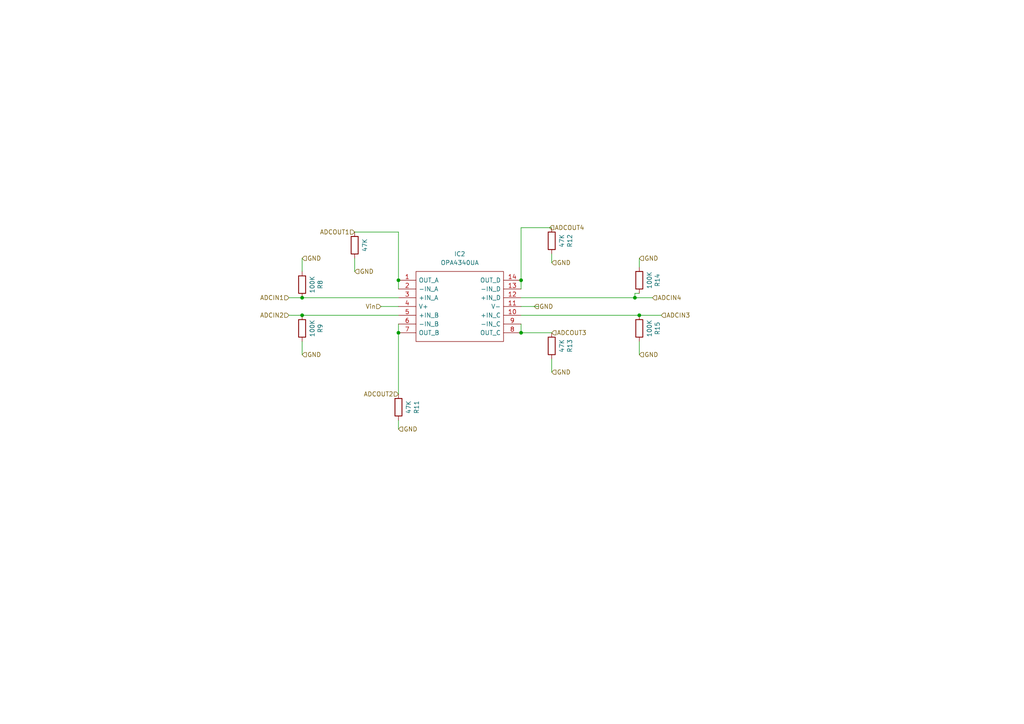
<source format=kicad_sch>
(kicad_sch (version 20231120) (generator "eeschema") (generator_version "8.0")
  (paper "A4")
  (lib_symbols
    (symbol "Device:R" (pin_numbers hide) (pin_names (offset 0))
      (property "Reference" "R" (at 2.032 0 90))
      (property "Value" "R" (at 0 0 90))
      (symbol "R_0_1"
        (rectangle (start -1.016 -2.54) (end 1.016 2.54) (stroke (width 0.254)))
      )
      (symbol "R_1_1"
        (pin passive line (at 0 3.81 270) (length 1.27) (name "~") (number "1"))
        (pin passive line (at 0 -3.81 90) (length 1.27) (name "~") (number "2"))
      )
    )
    (symbol "SamacSys_Parts:OPA4340UA" (pin_names (offset 0.762))
      (property "Reference" "IC" (at 31.75 7.62 0))
      (property "Value" "OPA4340UA" (at 31.75 5.08 0))
      (symbol "OPA4340UA_0_0"
        (pin passive line (at 0 0 0) (length 5.08) (name "OUT_A") (number "1"))
        (pin passive line (at 35.56 -10.16 180) (length 5.08) (name "+IN_C") (number "10"))
        (pin passive line (at 35.56 -7.62 180) (length 5.08) (name "V-") (number "11"))
        (pin passive line (at 35.56 -5.08 180) (length 5.08) (name "+IN_D") (number "12"))
        (pin passive line (at 35.56 -2.54 180) (length 5.08) (name "-IN_D") (number "13"))
        (pin passive line (at 35.56 0 180) (length 5.08) (name "OUT_D") (number "14"))
        (pin passive line (at 0 -2.54 0) (length 5.08) (name "-IN_A") (number "2"))
        (pin passive line (at 0 -5.08 0) (length 5.08) (name "+IN_A") (number "3"))
        (pin passive line (at 0 -7.62 0) (length 5.08) (name "V+") (number "4"))
        (pin passive line (at 0 -10.16 0) (length 5.08) (name "+IN_B") (number "5"))
        (pin passive line (at 0 -12.7 0) (length 5.08) (name "-IN_B") (number "6"))
        (pin passive line (at 0 -15.24 0) (length 5.08) (name "OUT_B") (number "7"))
        (pin passive line (at 35.56 -15.24 180) (length 5.08) (name "OUT_C") (number "8"))
        (pin passive line (at 35.56 -12.7 180) (length 5.08) (name "-IN_C") (number "9"))
      )
      (symbol "OPA4340UA_0_1"
        (polyline (pts (xy 5.08 2.54) (xy 30.48 2.54) (xy 30.48 -17.78) (xy 5.08 -17.78) (xy 5.08 2.54)) (stroke (width 0.1524)))
      )
    )
  )
  (junction (at 151.13 81.28))
  (junction (at 87.63 86.36))
  (junction (at 184.15 86.36))
  (junction (at 87.63 91.44))
  (junction (at 151.13 96.52))
  (junction (at 115.57 96.52))
  (junction (at 185.42 91.44))
  (junction (at 115.57 81.28))
  (wire (pts (xy 115.57 81.28) (xy 115.57 83.82)))
  (wire (pts (xy 83.82 86.36) (xy 87.63 86.36)))
  (wire (pts (xy 115.57 96.52) (xy 115.57 114.3)))
  (wire (pts (xy 151.13 66.04) (xy 151.13 81.28)))
  (wire (pts (xy 115.57 67.31) (xy 115.57 81.28)))
  (wire (pts (xy 185.42 99.06) (xy 185.42 102.87)))
  (wire (pts (xy 185.42 85.09) (xy 184.15 85.09)))
  (wire (pts (xy 102.87 74.93) (xy 102.87 78.74)))
  (wire (pts (xy 184.15 86.36) (xy 184.15 85.09)))
  (wire (pts (xy 184.15 86.36) (xy 189.23 86.36)))
  (wire (pts (xy 87.63 86.36) (xy 115.57 86.36)))
  (wire (pts (xy 185.42 91.44) (xy 191.77 91.44)))
  (wire (pts (xy 83.82 91.44) (xy 87.63 91.44)))
  (wire (pts (xy 87.63 99.06) (xy 87.63 102.87)))
  (wire (pts (xy 151.13 93.98) (xy 151.13 96.52)))
  (wire (pts (xy 151.13 96.52) (xy 160.02 96.52)))
  (wire (pts (xy 115.57 93.98) (xy 115.57 96.52)))
  (wire (pts (xy 151.13 66.04) (xy 160.02 66.04)))
  (wire (pts (xy 151.13 81.28) (xy 151.13 83.82)))
  (wire (pts (xy 115.57 67.31) (xy 102.87 67.31)))
  (wire (pts (xy 151.13 91.44) (xy 185.42 91.44)))
  (wire (pts (xy 160.02 104.14) (xy 160.02 107.95)))
  (wire (pts (xy 110.49 88.9) (xy 115.57 88.9)))
  (wire (pts (xy 160.02 73.66) (xy 160.02 76.2)))
  (wire (pts (xy 151.13 86.36) (xy 184.15 86.36)))
  (wire (pts (xy 185.42 74.93) (xy 185.42 77.47)))
  (wire (pts (xy 151.13 88.9) (xy 156.21 88.9)))
  (wire (pts (xy 115.57 121.92) (xy 115.57 124.46)))
  (wire (pts (xy 87.63 74.93) (xy 87.63 78.74)))
  (wire (pts (xy 87.63 91.44) (xy 115.57 91.44)))
  (hierarchical_label "ADCOUT1" (shape input) (at 102.87 67.31 180))
  (hierarchical_label "ADCOUT3" (shape input) (at 160.02 96.52 0))
  (hierarchical_label "GND" (shape input) (at 154.94 88.9 0))
  (hierarchical_label "GND" (shape input) (at 160.02 107.95 0))
  (hierarchical_label "GND" (shape input) (at 102.87 78.74 0))
  (hierarchical_label "ADCIN1" (shape input) (at 83.82 86.36 180))
  (hierarchical_label "ADCIN2" (shape input) (at 83.82 91.44 180))
  (hierarchical_label "GND" (shape input) (at 115.57 124.46 0))
  (hierarchical_label "GND" (shape input) (at 87.63 74.93 0))
  (hierarchical_label "GND" (shape input) (at 185.42 102.87 0))
  (hierarchical_label "GND" (shape input) (at 185.42 74.93 0))
  (hierarchical_label "ADCOUT4" (shape input) (at 159.385 66.04 0))
  (hierarchical_label "GND" (shape input) (at 87.63 102.87 0))
  (hierarchical_label "Vin" (shape input) (at 110.49 88.9 180))
  (hierarchical_label "ADCOUT2" (shape input) (at 115.57 114.3 180))
  (hierarchical_label "ADCIN4" (shape input) (at 189.23 86.36 0))
  (hierarchical_label "ADCIN3" (shape input) (at 191.77 91.44 0))
  (hierarchical_label "GND" (shape input) (at 160.02 76.2 0))
  (symbol (lib_id "Device:R") (at 102.87 71.12 180) (unit 1)
    (property "Reference" "R10" (effects (hide yes)))
    (property "Value" "47K" (at 105.8164 71.12 90))
    (property "Footprint" "Resistor_SMD:R_1206_3216Metric_Pad1.30x1.75mm_HandSolder" (effects (hide yes)))
    (property "Description" "Resistor" (effects (hide yes)))
    (instances (project "AMS - CANBus Sensor - Pressure" (path "" (reference "R10") (unit 1))) (project "AMS-Mega2560-Base" (path "" (reference "R6") (unit 1)) (path "" (reference "R19") (unit 1))))
  )
  (symbol (lib_id "Device:R") (at 115.57 118.11 180) (unit 1)
    (property "Reference" "R11" (at 120.8278 118.11 90))
    (property "Value" "47K" (at 118.5164 118.11 90))
    (property "Footprint" "Resistor_SMD:R_1206_3216Metric_Pad1.30x1.75mm_HandSolder" (effects (hide yes)))
    (property "Description" "Resistor" (effects (hide yes)))
    (instances (project "AMS - CANBus Sensor - Pressure" (path "" (reference "R11") (unit 1))) (project "AMS-Mega2560-Base" (path "" (reference "R7") (unit 1)) (path "" (reference "R22") (unit 1))))
  )
  (symbol (lib_id "Device:R") (at 185.42 95.25 180) (unit 1)
    (property "Reference" "R15" (at 190.6778 95.25 90))
    (property "Value" "100K" (at 188.3664 95.25 90))
    (property "Footprint" "Resistor_SMD:R_1206_3216Metric_Pad1.30x1.75mm_HandSolder" (effects (hide yes)))
    (property "Description" "Resistor" (effects (hide yes)))
    (instances (project "AMS - CANBus Sensor - Pressure" (path "" (reference "R15") (unit 1))) (project "AMS-Mega2560-Base" (path "" (reference "R20") (unit 1)) (path "" (reference "R26") (unit 1))))
  )
  (symbol (lib_id "Device:R") (at 87.63 82.55 0) (mirror y) (unit 1)
    (property "Reference" "R8" (at 92.8878 82.55 90))
    (property "Value" "100K" (at 90.5764 82.55 90))
    (property "Footprint" "Resistor_SMD:R_1206_3216Metric_Pad1.30x1.75mm_HandSolder" (effects (hide yes)))
    (property "Description" "Resistor" (effects (hide yes)))
    (instances (project "AMS - CANBus Sensor - Pressure" (path "" (reference "R8") (unit 1))) (project "AMS-Mega2560-Base" (path "" (reference "R2") (unit 1)) (path "" (reference "R12") (unit 1))))
  )
  (symbol (lib_id "Device:R") (at 160.02 69.85 180) (unit 1)
    (property "Reference" "R12" (at 165.2778 69.85 90))
    (property "Value" "47K" (at 162.9664 69.85 90))
    (property "Footprint" "Resistor_SMD:R_1206_3216Metric_Pad1.30x1.75mm_HandSolder" (effects (hide yes)))
    (property "Description" "Resistor" (effects (hide yes)))
    (instances (project "AMS - CANBus Sensor - Pressure" (path "" (reference "R12") (unit 1))) (project "AMS-Mega2560-Base" (path "" (reference "R68") (unit 1)) (path "" (reference "R23") (unit 1))))
  )
  (symbol (lib_id "Device:R") (at 87.63 95.25 180) (unit 1)
    (property "Reference" "R9" (at 92.8878 95.25 90))
    (property "Value" "100K" (at 90.5764 95.25 90))
    (property "Footprint" "Resistor_SMD:R_1206_3216Metric_Pad1.30x1.75mm_HandSolder" (effects (hide yes)))
    (property "Description" "Resistor" (effects (hide yes)))
    (instances (project "AMS - CANBus Sensor - Pressure" (path "" (reference "R9") (unit 1))) (project "AMS-Mega2560-Base" (path "" (reference "R3") (unit 1)) (path "" (reference "R18") (unit 1))))
  )
  (symbol (lib_id "Device:R") (at 160.02 100.33 180) (unit 1)
    (property "Reference" "R13" (at 165.2778 100.33 90))
    (property "Value" "47K" (at 162.9664 100.33 90))
    (property "Footprint" "Resistor_SMD:R_1206_3216Metric_Pad1.30x1.75mm_HandSolder" (effects (hide yes)))
    (property "Description" "Resistor" (effects (hide yes)))
    (instances (project "AMS - CANBus Sensor - Pressure" (path "" (reference "R13") (unit 1))) (project "AMS-Mega2560-Base" (path "" (reference "R69") (unit 1)) (path "" (reference "R24") (unit 1))))
  )
  (symbol (lib_id "Device:R") (at 185.42 81.28 0) (mirror y) (unit 1)
    (property "Reference" "R14" (at 190.6778 81.28 90))
    (property "Value" "100K" (at 188.3664 81.28 90))
    (property "Footprint" "Resistor_SMD:R_1206_3216Metric_Pad1.30x1.75mm_HandSolder" (effects (hide yes)))
    (property "Description" "Resistor" (effects (hide yes)))
    (instances (project "AMS - CANBus Sensor - Pressure" (path "" (reference "R14") (unit 1))) (project "AMS-Mega2560-Base" (path "" (reference "R4") (unit 1)) (path "" (reference "R25") (unit 1))))
  )
  (symbol (lib_id "SamacSys_Parts:OPA4340UA") (at 115.57 81.28 0) (unit 1)
    (property "Reference" "IC2" (at 133.35 73.66 0))
    (property "Value" "OPA4340UA" (at 133.35 76.2 0))
    (property "Footprint" "SOIC127P600X175-14N" (effects (hide yes)))
    (property "Datasheet" "http://www.ti.com/lit/gpn/opa4340" (effects (hide yes)))
    (property "Description" "Single-Supply, Rail-to-Rail Operational Amplifiers MicroAmplifier Series" (effects (hide yes)))
    (property "Height" "1.75" (effects (hide yes)))
    (property "Mouser Part Number" "595-OPA4340UA" (effects (hide yes)))
    (property "Mouser Price/Stock" "https://www.mouser.co.uk/ProductDetail/Texas-Instruments/OPA4340UA?qs=wgAEGBTxy7nRw0DNGsw%252Bcg%3D%3D" (effects (hide yes)))
    (property "Manufacturer_Name" "Texas Instruments" (effects (hide yes)))
    (property "Manufacturer_Part_Number" "OPA4340UA" (effects (hide yes)))
  )
)
</source>
